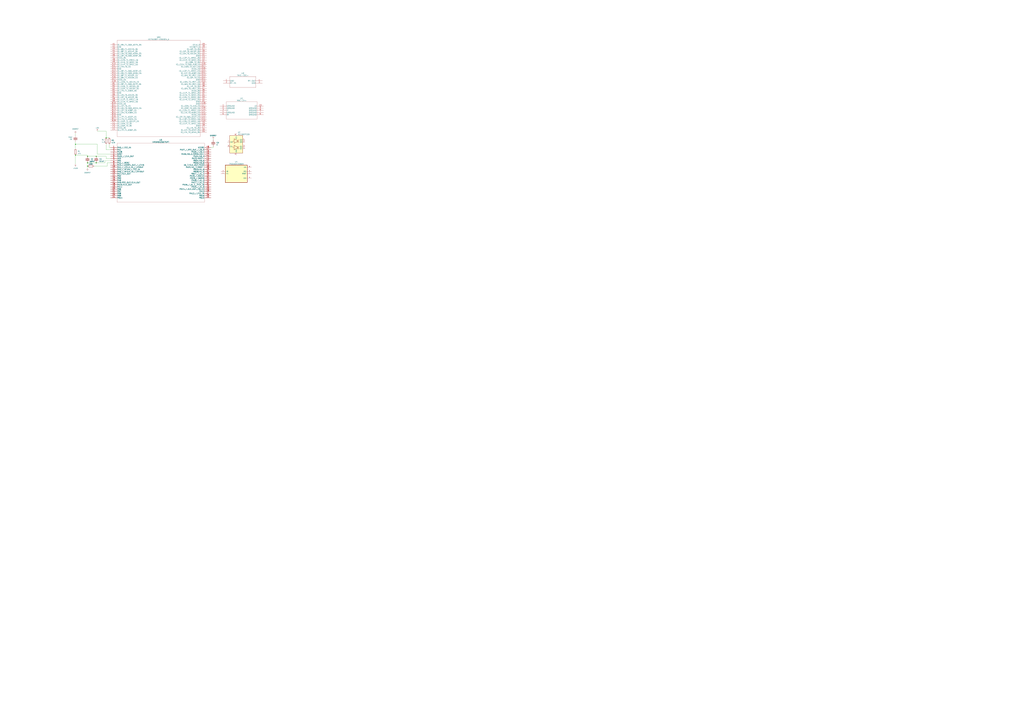
<source format=kicad_sch>
(kicad_sch (version 20230121) (generator eeschema)
  (paper "A0")
  (title_block (title "UHF PCB with Dual Microcontroller and FGPA") (date "2023-12-15") (rev "MK1"))
  (lib_symbols
    (symbol "2023-12-16_21-42-08:TAV1-331+" (pin_names (offset 0.254))
      (property "Reference" "U" (at 22.86 10.16 0))
      (property "Value" "TAV1-331+" (at 22.86 7.62 0))
      (symbol "TAV1-331+_1_1"
        (polyline (pts (xy 7.62 -7.62) (xy 38.1 -7.62)) (stroke (width 0.127)))
        (polyline (pts (xy 7.62 5.08) (xy 7.62 -7.62)) (stroke (width 0.127)))
        (polyline (pts (xy 38.1 -7.62) (xy 38.1 5.08)) (stroke (width 0.127)))
        (polyline (pts (xy 38.1 5.08) (xy 7.62 5.08)) (stroke (width 0.127)))
        (pin power_in line (at 0 0 0) (length 7.62) (name "GND") (number "1"))
        (pin input line (at 0 -2.54 0) (length 7.62) (name "RF-IN") (number "2"))
        (pin power_in line (at 45.72 -2.54 180) (length 7.62) (name "GND") (number "3"))
        (pin output line (at 45.72 0 180) (length 7.62) (name "RF-OUT") (number "4"))
      )
    )
    (symbol "2023-12-17_23-20-25:XMSM0G3507SPT" (pin_names (offset 0.254))
      (property "Reference" "U" (at 58.42 10.16 0))
      (property "Value" "XMSM0G3507SPT" (at 58.42 7.62 0))
      (symbol "XMSM0G3507SPT_1_1"
        (polyline (pts (xy 7.62 -63.5) (xy 109.22 -63.5)) (stroke (width 0.127)))
        (polyline (pts (xy 7.62 5.08) (xy 7.62 -63.5)) (stroke (width 0.127)))
        (polyline (pts (xy 109.22 -63.5) (xy 109.22 5.08)) (stroke (width 0.127)))
        (polyline (pts (xy 109.22 5.08) (xy 7.62 5.08)) (stroke (width 0.127)))
        (pin bidirectional line (at 0 0 0) (length 7.62) (name "PA0_/_FCC_IN") (number "1"))
        (pin output line (at 0 -22.86 0) (length 7.62) (name "PA4_/_LFCLK_IN_/_LFXOUT") (number "10"))
        (pin bidirectional line (at 0 -25.4 0) (length 7.62) (name "PA5_/_HFXIN_/_FCC_IN") (number "11"))
        (pin output line (at 0 -27.94 0) (length 7.62) (name "PA6_/_HFCLK_IN_/_HFXOUT") (number "12"))
        (pin output line (at 0 -30.48 0) (length 7.62) (name "PA7/CLK_OUT") (number "13"))
        (pin bidirectional line (at 0 -33.02 0) (length 7.62) (name "PB2") (number "14"))
        (pin bidirectional line (at 0 -35.56 0) (length 7.62) (name "PB3") (number "15"))
        (pin bidirectional line (at 0 -38.1 0) (length 7.62) (name "PA8") (number "16"))
        (pin output line (at 0 -40.64 0) (length 7.62) (name "PA9/RTC_OUT/CLK_OUT") (number "17"))
        (pin output line (at 0 -43.18 0) (length 7.62) (name "PA10/CLK_OUT") (number "18"))
        (pin bidirectional line (at 0 -45.72 0) (length 7.62) (name "PA11") (number "19"))
        (pin bidirectional line (at 0 -2.54 0) (length 7.62) (name "PA1") (number "2"))
        (pin bidirectional line (at 0 -48.26 0) (length 7.62) (name "PB6") (number "20"))
        (pin bidirectional line (at 0 -50.8 0) (length 7.62) (name "PB7") (number "21"))
        (pin bidirectional line (at 0 -53.34 0) (length 7.62) (name "PB8") (number "22"))
        (pin bidirectional line (at 0 -55.88 0) (length 7.62) (name "PB9") (number "23"))
        (pin bidirectional line (at 0 -58.42 0) (length 7.62) (name "PB14") (number "24"))
        (pin bidirectional line (at 116.84 -58.42 180) (length 7.62) (name "PB15") (number "25"))
        (pin bidirectional line (at 116.84 -55.88 180) (length 7.62) (name "PB16") (number "26"))
        (pin bidirectional line (at 116.84 -53.34 180) (length 7.62) (name "PA12_/_FCC_IN") (number "27"))
        (pin bidirectional line (at 116.84 -50.8 180) (length 7.62) (name "PA13") (number "28"))
        (pin output line (at 116.84 -48.26 180) (length 7.62) (name "PA14_/_CLK_OUT_/A0_12") (number "29"))
        (pin bidirectional line (at 0 -5.08 0) (length 7.62) (name "PA28") (number "3"))
        (pin bidirectional line (at 116.84 -45.72 180) (length 7.62) (name "PA15_/_A1_0") (number "30"))
        (pin bidirectional line (at 116.84 -43.18 180) (length 7.62) (name "PA16_/_A1_1_/FCC_IN") (number "31"))
        (pin bidirectional line (at 116.84 -40.64 180) (length 7.62) (name "PA17_/_A1_2") (number "32"))
        (pin bidirectional line (at 116.84 -38.1 180) (length 7.62) (name "PA18_/_A1_3") (number "33"))
        (pin bidirectional line (at 116.84 -35.56 180) (length 7.62) (name "PA19_/_SWDIO") (number "34"))
        (pin bidirectional line (at 116.84 -33.02 180) (length 7.62) (name "PA20_/_SWCLK") (number "35"))
        (pin bidirectional line (at 116.84 -30.48 180) (length 7.62) (name "PB17_/_A1_4") (number "36"))
        (pin bidirectional line (at 116.84 -27.94 180) (length 7.62) (name "PB18/A1_5") (number "37"))
        (pin bidirectional line (at 116.84 -25.4 180) (length 7.62) (name "PB19/A1_6") (number "38"))
        (pin power_in line (at 116.84 -22.86 180) (length 7.62) (name "PA21/A1_7/VREF-") (number "39"))
        (pin unspecified line (at 0 -7.62 0) (length 7.62) (name "NRST") (number "4"))
        (pin output line (at 116.84 -20.32 180) (length 7.62) (name "A0_7/CLK_OUT/PA22") (number "40"))
        (pin bidirectional line (at 116.84 -17.78 180) (length 7.62) (name "PB20/A0_6") (number "41"))
        (pin bidirectional line (at 116.84 -15.24 180) (length 7.62) (name "PB24/A0_5") (number "42"))
        (pin power_in line (at 116.84 -12.7 180) (length 7.62) (name "PA23/VREF+") (number "43"))
        (pin bidirectional line (at 116.84 -10.16 180) (length 7.62) (name "PA24/A0_3") (number "44"))
        (pin input line (at 116.84 -7.62 180) (length 7.62) (name "PA25/A0_2/OPA0_IN1+") (number "45"))
        (pin bidirectional line (at 116.84 -5.08 180) (length 7.62) (name "PA26_/_A0_1") (number "46"))
        (pin output line (at 116.84 -2.54 180) (length 7.62) (name "PA27_/_RTC_OUT_/_A0_0") (number "47"))
        (pin unspecified line (at 116.84 0 180) (length 7.62) (name "VCORE") (number "48"))
        (pin output line (at 0 -10.16 0) (length 7.62) (name "PA31_/_CLK_OUT") (number "5"))
        (pin power_in line (at 0 -12.7 0) (length 7.62) (name "VDD") (number "6"))
        (pin power_in line (at 0 -15.24 0) (length 7.62) (name "VSS") (number "7"))
        (pin bidirectional line (at 0 -17.78 0) (length 7.62) (name "PA2_/_ROSC") (number "8"))
        (pin output line (at 0 -20.32 0) (length 7.62) (name "PA3_/_COMP1_OUT_/_LFXIN") (number "9"))
      )
    )
    (symbol "2023-12-18_23-40-33:XC7A100T-CSG324_A" (pin_names (offset 0.254))
      (property "Reference" "U" (at 55.88 10.16 0))
      (property "Value" "XC7A100T-CSG324_A" (at 55.88 7.62 0))
      (symbol "XC7A100T-CSG324_A_1_1"
        (polyline (pts (xy 7.62 -106.68) (xy 104.14 -106.68)) (stroke (width 0.127)))
        (polyline (pts (xy 7.62 5.08) (xy 7.62 -106.68)) (stroke (width 0.127)))
        (polyline (pts (xy 104.14 -106.68) (xy 104.14 5.08)) (stroke (width 0.127)))
        (polyline (pts (xy 104.14 5.08) (xy 7.62 5.08)) (stroke (width 0.127)))
        (pin bidirectional line (at 0 0 0) (length 7.62) (name "IO_L9N_T1_DQS_AD7N_35") (number "A1"))
        (pin bidirectional line (at 0 -22.86 0) (length 7.62) (name "IO_L14P_T2_SRCC_16") (number "A10"))
        (pin bidirectional line (at 0 -25.4 0) (length 7.62) (name "IO_L4N_T0_15") (number "A11"))
        (pin power_in line (at 0 -27.94 0) (length 7.62) (name "GND") (number "A12"))
        (pin bidirectional line (at 0 -30.48 0) (length 7.62) (name "IO_L9P_T1_DQS_AD3P_15") (number "A13"))
        (pin bidirectional line (at 0 -33.02 0) (length 7.62) (name "IO_L9N_T1_DQS_AD3N_15") (number "A14"))
        (pin bidirectional line (at 0 -35.56 0) (length 7.62) (name "IO_L8P_T1_AD10P_15") (number "A15"))
        (pin bidirectional line (at 0 -38.1 0) (length 7.62) (name "IO_L8N_T1_AD10N_15") (number "A16"))
        (pin power_in line (at 0 -40.64 0) (length 7.62) (name "VCCO_15") (number "A17"))
        (pin bidirectional line (at 0 -43.18 0) (length 7.62) (name "IO_L10N_T1_AD11N_15") (number "A18"))
        (pin power_in line (at 0 -2.54 0) (length 7.62) (name "GND") (number "A2"))
        (pin bidirectional line (at 0 -5.08 0) (length 7.62) (name "IO_L8N_T1_AD14N_35") (number "A3"))
        (pin bidirectional line (at 0 -7.62 0) (length 7.62) (name "IO_L8P_T1_AD14P_35") (number "A4"))
        (pin bidirectional line (at 0 -10.16 0) (length 7.62) (name "IO_L3N_T0_DQS_AD5N_35") (number "A5"))
        (pin bidirectional line (at 0 -12.7 0) (length 7.62) (name "IO_L3P_T0_DQS_AD5P_35") (number "A6"))
        (pin power_in line (at 0 -15.24 0) (length 7.62) (name "VCCO_35") (number "A7"))
        (pin bidirectional line (at 0 -17.78 0) (length 7.62) (name "IO_L12N_T1_MRCC_16") (number "A8"))
        (pin bidirectional line (at 0 -20.32 0) (length 7.62) (name "IO_L14N_T2_SRCC_16") (number "A9"))
        (pin bidirectional line (at 0 -45.72 0) (length 7.62) (name "IO_L9P_T1_DQS_AD7P_35") (number "B1"))
        (pin power_in line (at 0 -68.58 0) (length 7.62) (name "VCCO_16") (number "B10"))
        (pin bidirectional line (at 0 -71.12 0) (length 7.62) (name "IO_L4P_T0_15") (number "B11"))
        (pin bidirectional line (at 0 -73.66 0) (length 7.62) (name "IO_L3N_T0_DQS_AD1N_15") (number "B12"))
        (pin bidirectional line (at 0 -76.2 0) (length 7.62) (name "IO_L2P_T0_AD8P_15") (number "B13"))
        (pin bidirectional line (at 0 -78.74 0) (length 7.62) (name "IO_L2N_T0_AD8N_15") (number "B14"))
        (pin power_in line (at 0 -81.28 0) (length 7.62) (name "GND") (number "B15"))
        (pin bidirectional line (at 0 -83.82 0) (length 7.62) (name "IO_L7P_T1_AD2P_15") (number "B16"))
        (pin bidirectional line (at 0 -86.36 0) (length 7.62) (name "IO_L7N_T1_AD2N_15") (number "B17"))
        (pin bidirectional line (at 0 -88.9 0) (length 7.62) (name "IO_L10P_T1_AD11P_15") (number "B18"))
        (pin bidirectional line (at 0 -48.26 0) (length 7.62) (name "IO_L10N_T1_AD15N_35") (number "B2"))
        (pin bidirectional line (at 0 -50.8 0) (length 7.62) (name "IO_L10P_T1_AD15P_35") (number "B3"))
        (pin bidirectional line (at 0 -53.34 0) (length 7.62) (name "IO_L7N_T1_AD6N_35") (number "B4"))
        (pin power_in line (at 0 -55.88 0) (length 7.62) (name "GND") (number "B5"))
        (pin bidirectional line (at 0 -58.42 0) (length 7.62) (name "IO_L2N_T0_AD12N_35") (number "B6"))
        (pin bidirectional line (at 0 -60.96 0) (length 7.62) (name "IO_L2P_T0_AD12P_35") (number "B7"))
        (pin bidirectional line (at 0 -63.5 0) (length 7.62) (name "IO_L12P_T1_MRCC_16") (number "B8"))
        (pin bidirectional line (at 0 -66.04 0) (length 7.62) (name "IO_L11N_T1_SRCC_16") (number "B9"))
        (pin bidirectional line (at 0 -91.44 0) (length 7.62) (name "IO_L16N_T2_35") (number "C1"))
        (pin bidirectional line (at 111.76 -88.9 180) (length 7.62) (name "IO_L13N_T2_MRCC_16") (number "C10"))
        (pin bidirectional line (at 111.76 -86.36 180) (length 7.62) (name "IO_L13P_T2_MRCC_16") (number "C11"))
        (pin bidirectional line (at 111.76 -83.82 180) (length 7.62) (name "IO_L3P_T0_DQS_AD1P_15") (number "C12"))
        (pin power_in line (at 111.76 -81.28 180) (length 7.62) (name "VCCO_15") (number "C13"))
        (pin bidirectional line (at 111.76 -78.74 180) (length 7.62) (name "IO_L1N_T0_AD0N_15") (number "C14"))
        (pin bidirectional line (at 111.76 -76.2 180) (length 7.62) (name "IO_L12N_T1_MRCC_15") (number "C15"))
        (pin bidirectional line (at 111.76 -73.66 180) (length 7.62) (name "IO_L20P_T3_A20_15") (number "C16"))
        (pin bidirectional line (at 111.76 -71.12 180) (length 7.62) (name "IO_L20N_T3_A19_15") (number "C17"))
        (pin power_in line (at 111.76 -68.58 180) (length 7.62) (name "GND") (number "C18"))
        (pin bidirectional line (at 0 -93.98 0) (length 7.62) (name "IO_L16P_T2_35") (number "C2"))
        (pin power_in line (at 0 -96.52 0) (length 7.62) (name "VCCO_35") (number "C3"))
        (pin bidirectional line (at 0 -99.06 0) (length 7.62) (name "IO_L7P_T1_AD6P_35") (number "C4"))
        (pin bidirectional line (at 111.76 -101.6 180) (length 7.62) (name "IO_L1N_T0_AD4N_35") (number "C5"))
        (pin bidirectional line (at 111.76 -99.06 180) (length 7.62) (name "IO_L1P_T0_AD4P_35") (number "C6"))
        (pin bidirectional line (at 111.76 -96.52 180) (length 7.62) (name "IO_L4N_T0_35") (number "C7"))
        (pin power_in line (at 111.76 -93.98 180) (length 7.62) (name "GND") (number "C8"))
        (pin bidirectional line (at 111.76 -91.44 180) (length 7.62) (name "IO_L11P_T1_SRCC_16") (number "C9"))
        (pin power_in line (at 111.76 -66.04 180) (length 7.62) (name "GND") (number "D1"))
        (pin bidirectional line (at 111.76 -43.18 180) (length 7.62) (name "IO_L19N_T3_VREF_16") (number "D10"))
        (pin power_in line (at 111.76 -40.64 180) (length 7.62) (name "GND") (number "D11"))
        (pin bidirectional line (at 111.76 -38.1 180) (length 7.62) (name "IO_L6P_T0_15") (number "D12"))
        (pin bidirectional line (at 111.76 -35.56 180) (length 7.62) (name "IO_L6N_T0_VREF_15") (number "D13"))
        (pin bidirectional line (at 111.76 -33.02 180) (length 7.62) (name "IO_L1P_T0_AD0P_15") (number "D14"))
        (pin bidirectional line (at 111.76 -30.48 180) (length 7.62) (name "IO_L12P_T1_MRCC_15") (number "D15"))
        (pin power_in line (at 111.76 -27.94 180) (length 7.62) (name "VCCO_15") (number "D16"))
        (pin bidirectional line (at 111.76 -25.4 180) (length 7.62) (name "IO_L16N_T2_A27_15") (number "D17"))
        (pin bidirectional line (at 111.76 -22.86 180) (length 7.62) (name "IO_L21N_T3_DQS_A18_15") (number "D18"))
        (pin bidirectional line (at 111.76 -63.5 180) (length 7.62) (name "IO_L14N_T2_SRCC_35") (number "D2"))
        (pin bidirectional line (at 111.76 -60.96 180) (length 7.62) (name "IO_L12N_T1_MRCC_35") (number "D3"))
        (pin bidirectional line (at 111.76 -58.42 180) (length 7.62) (name "IO_L11N_T1_SRCC_35") (number "D4"))
        (pin bidirectional line (at 111.76 -55.88 180) (length 7.62) (name "IO_L11P_T1_SRCC_35") (number "D5"))
        (pin power_in line (at 111.76 -53.34 180) (length 7.62) (name "VCCO_35") (number "D6"))
        (pin bidirectional line (at 111.76 -50.8 180) (length 7.62) (name "IO_L6N_T0_VREF_35") (number "D7"))
        (pin bidirectional line (at 111.76 -48.26 180) (length 7.62) (name "IO_L4P_T0_35") (number "D8"))
        (pin bidirectional line (at 111.76 -45.72 180) (length 7.62) (name "IO_L6N_T0_VREF_16") (number "D9"))
        (pin bidirectional line (at 111.76 -20.32 180) (length 7.62) (name "IO_L18N_T2_35") (number "E1"))
        (pin bidirectional line (at 111.76 -17.78 180) (length 7.62) (name "IO_L14P_T2_SRCC_35") (number "E2"))
        (pin bidirectional line (at 111.76 -15.24 180) (length 7.62) (name "IO_L12P_T1_MRCC_35") (number "E3"))
        (pin power_in line (at 111.76 -12.7 180) (length 7.62) (name "GND") (number "E4"))
        (pin bidirectional line (at 111.76 -10.16 180) (length 7.62) (name "IO_L5N_T0_AD13N_35") (number "E5"))
        (pin bidirectional line (at 111.76 -7.62 180) (length 7.62) (name "IO_L5P_T0_AD13P_35") (number "E6"))
        (pin bidirectional line (at 111.76 -5.08 180) (length 7.62) (name "IO_L6P_T0_35") (number "E7"))
        (pin power_in line (at 111.76 -2.54 180) (length 7.62) (name "VCCBATT_0") (number "E8"))
        (pin bidirectional line (at 111.76 0 180) (length 7.62) (name "CCLK_0") (number "E9"))
      )
      (symbol "XC7A100T-CSG324_A_2_1"
        (polyline (pts (xy 7.62 -106.68) (xy 104.14 -106.68)) (stroke (width 0.127)))
        (polyline (pts (xy 7.62 5.08) (xy 7.62 -106.68)) (stroke (width 0.127)))
        (polyline (pts (xy 104.14 -106.68) (xy 104.14 5.08)) (stroke (width 0.127)))
        (polyline (pts (xy 104.14 5.08) (xy 7.62 5.08)) (stroke (width 0.127)))
        (pin input line (at 0 0 0) (length 7.62) (name "TCK_0") (number "E10"))
        (pin input line (at 0 -2.54 0) (length 7.62) (name "TDI_0") (number "E11"))
        (pin input line (at 0 -5.08 0) (length 7.62) (name "TMS_0") (number "E12"))
        (pin output line (at 0 -7.62 0) (length 7.62) (name "TDO_0") (number "E13"))
        (pin power_in line (at 0 -10.16 0) (length 7.62) (name "GND") (number "E14"))
        (pin bidirectional line (at 0 -12.7 0) (length 7.62) (name "IO_L11P_T1_SRCC_15") (number "E15"))
        (pin bidirectional line (at 0 -15.24 0) (length 7.62) (name "IO_L11N_T1_SRCC_15") (number "E16"))
        (pin bidirectional line (at 0 -17.78 0) (length 7.62) (name "IO_L16P_T2_A28_15") (number "E17"))
        (pin bidirectional line (at 0 -20.32 0) (length 7.62) (name "IO_L21P_T3_DQS_15") (number "E18"))
        (pin bidirectional line (at 0 -22.86 0) (length 7.62) (name "IO_L18P_T2_35") (number "F1"))
        (pin power_in line (at 0 -45.72 0) (length 7.62) (name "VCCBRAM") (number "F10"))
        (pin power_in line (at 0 -48.26 0) (length 7.62) (name "GND") (number "F11"))
        (pin power_in line (at 0 -50.8 0) (length 7.62) (name "VCCAUX") (number "F12"))
        (pin bidirectional line (at 0 -53.34 0) (length 7.62) (name "IO_L5P_T0_AD9P_15") (number "F13"))
        (pin bidirectional line (at 0 -55.88 0) (length 7.62) (name "IO_L5N_T0_AD9N_15") (number "F14"))
        (pin bidirectional line (at 0 -58.42 0) (length 7.62) (name "IO_L14P_T2_SRCC_15") (number "F15"))
        (pin bidirectional line (at 0 -60.96 0) (length 7.62) (name "IO_L14N_T2_SRCC_15") (number "F16"))
        (pin power_in line (at 0 -63.5 0) (length 7.62) (name "GND") (number "F17"))
        (pin bidirectional line (at 0 -66.04 0) (length 7.62) (name "IO_L22N_T3_A16_15") (number "F18"))
        (pin power_in line (at 0 -25.4 0) (length 7.62) (name "VCCO_35") (number "F2"))
        (pin bidirectional line (at 0 -27.94 0) (length 7.62) (name "IO_L13N_T2_MRCC_35") (number "F3"))
        (pin bidirectional line (at 0 -30.48 0) (length 7.62) (name "IO_L13P_T2_MRCC_35") (number "F4"))
        (pin bidirectional line (at 0 -33.02 0) (length 7.62) (name "IO_0_35") (number "F5"))
        (pin bidirectional line (at 0 -35.56 0) (length 7.62) (name "IO_L19N_T3_VREF_35") (number "F6"))
        (pin power_in line (at 0 -38.1 0) (length 7.62) (name "GND") (number "F7"))
        (pin power_in line (at 0 -40.64 0) (length 7.62) (name "VCCINT") (number "F8"))
        (pin power_in line (at 0 -43.18 0) (length 7.62) (name "GND") (number "F9"))
        (pin bidirectional line (at 0 -68.58 0) (length 7.62) (name "IO_L17N_T2_35") (number "G1"))
        (pin power_in line (at 0 -91.44 0) (length 7.62) (name "GND") (number "G10"))
        (pin power_in line (at 0 -93.98 0) (length 7.62) (name "VCCBRAM") (number "G11"))
        (pin power_in line (at 0 -96.52 0) (length 7.62) (name "GND") (number "G12"))
        (pin bidirectional line (at 0 -99.06 0) (length 7.62) (name "IO_0_15") (number "G13"))
        (pin bidirectional line (at 111.76 -101.6 180) (length 7.62) (name "IO_L15N_T2_DQS_ADV_B_15") (number "G14"))
        (pin power_in line (at 111.76 -99.06 180) (length 7.62) (name "VCCO_15") (number "G15"))
        (pin bidirectional line (at 111.76 -96.52 180) (length 7.62) (name "IO_L13N_T2_MRCC_15") (number "G16"))
        (pin bidirectional line (at 111.76 -93.98 180) (length 7.62) (name "IO_L18N_T2_A23_15") (number "G17"))
        (pin bidirectional line (at 111.76 -91.44 180) (length 7.62) (name "IO_L22P_T3_A17_15") (number "G18"))
        (pin bidirectional line (at 0 -71.12 0) (length 7.62) (name "IO_L15N_T2_DQS_35") (number "G2"))
        (pin bidirectional line (at 0 -73.66 0) (length 7.62) (name "IO_L20N_T3_35") (number "G3"))
        (pin bidirectional line (at 0 -76.2 0) (length 7.62) (name "IO_L20P_T3_35") (number "G4"))
        (pin power_in line (at 0 -78.74 0) (length 7.62) (name "VCCO_35") (number "G5"))
        (pin bidirectional line (at 0 -81.28 0) (length 7.62) (name "IO_L19P_T3_35") (number "G6"))
        (pin power_in line (at 0 -83.82 0) (length 7.62) (name "VCCINT") (number "G7"))
        (pin power_in line (at 0 -86.36 0) (length 7.62) (name "GND") (number "G8"))
        (pin power_in line (at 0 -88.9 0) (length 7.62) (name "VCCINT") (number "G9"))
        (pin bidirectional line (at 111.76 -88.9 180) (length 7.62) (name "IO_L17P_T2_35") (number "H1"))
        (pin power_in line (at 111.76 -66.04 180) (length 7.62) (name "VCCADC_0") (number "H10"))
        (pin power_in line (at 111.76 -63.5 180) (length 7.62) (name "GND") (number "H11"))
        (pin power_in line (at 111.76 -60.96 180) (length 7.62) (name "VCCAUX") (number "H12"))
        (pin power_in line (at 111.76 -58.42 180) (length 7.62) (name "GND") (number "H13"))
        (pin bidirectional line (at 111.76 -55.88 180) (length 7.62) (name "IO_L15P_T2_DQS_15") (number "H14"))
        (pin bidirectional line (at 111.76 -53.34 180) (length 7.62) (name "IO_L19N_T3_A21_VREF_15") (number "H15"))
        (pin bidirectional line (at 111.76 -50.8 180) (length 7.62) (name "IO_L13P_T2_MRCC_15") (number "H16"))
        (pin bidirectional line (at 111.76 -48.26 180) (length 7.62) (name "IO_L18P_T2_A24_15") (number "H17"))
        (pin power_in line (at 111.76 -45.72 180) (length 7.62) (name "VCCO_15") (number "H18"))
        (pin bidirectional line (at 111.76 -86.36 180) (length 7.62) (name "IO_L15P_T2_DQS_35") (number "H2"))
        (pin power_in line (at 111.76 -83.82 180) (length 7.62) (name "GND") (number "H3"))
        (pin bidirectional line (at 111.76 -81.28 180) (length 7.62) (name "IO_L21N_T3_DQS_35") (number "H4"))
        (pin bidirectional line (at 111.76 -78.74 180) (length 7.62) (name "IO_L24N_T3_35") (number "H5"))
        (pin bidirectional line (at 111.76 -76.2 180) (length 7.62) (name "IO_L24P_T3_35") (number "H6"))
        (pin power_in line (at 111.76 -73.66 180) (length 7.62) (name "GND") (number "H7"))
        (pin power_in line (at 111.76 -71.12 180) (length 7.62) (name "VCCINT") (number "H8"))
        (pin power_in line (at 111.76 -68.58 180) (length 7.62) (name "GNDADC_0") (number "H9"))
        (pin power_in line (at 111.76 -43.18 180) (length 7.62) (name "VCCO_35") (number "J1"))
        (pin input line (at 111.76 -20.32 180) (length 7.62) (name "VP_0") (number "J10"))
        (pin power_in line (at 111.76 -17.78 180) (length 7.62) (name "VCCINT") (number "J11"))
        (pin power_in line (at 111.76 -15.24 180) (length 7.62) (name "GND") (number "J12"))
        (pin bidirectional line (at 111.76 -12.7 180) (length 7.62) (name "IO_L17N_T2_A25_15") (number "J13"))
        (pin bidirectional line (at 111.76 -10.16 180) (length 7.62) (name "IO_L19P_T3_A22_15") (number "J14"))
        (pin bidirectional line (at 111.76 -7.62 180) (length 7.62) (name "IO_L24N_T3_RS0_15") (number "J15"))
        (pin power_in line (at 111.76 -5.08 180) (length 7.62) (name "GND") (number "J16"))
        (pin bidirectional line (at 111.76 -2.54 180) (length 7.62) (name "IO_L23P_T3_FOE_B_15") (number "J17"))
        (pin bidirectional line (at 111.76 0 180) (length 7.62) (name "IO_L23N_T3_FWE_B_15") (number "J18"))
        (pin bidirectional line (at 111.76 -40.64 180) (length 7.62) (name "IO_L22N_T3_35") (number "J2"))
        (pin bidirectional line (at 111.76 -38.1 180) (length 7.62) (name "IO_L22P_T3_35") (number "J3"))
        (pin bidirectional line (at 111.76 -35.56 180) (length 7.62) (name "IO_L21P_T3_DQS_35") (number "J4"))
        (pin bidirectional line (at 111.76 -33.02 180) (length 7.62) (name "IO_25_35") (number "J5"))
        (pin power_in line (at 111.76 -30.48 180) (length 7.62) (name "GND") (number "J6"))
        (pin power_in line (at 111.76 -27.94 180) (length 7.62) (name "VCCINT") (number "J7"))
        (pin power_in line (at 111.76 -25.4 180) (length 7.62) (name "GND") (number "J8"))
        (pin power_in line (at 111.76 -22.86 180) (length 7.62) (name "VREFN_0") (number "J9"))
      )
      (symbol "XC7A100T-CSG324_A_3_1"
        (polyline (pts (xy 7.62 -106.68) (xy 109.22 -106.68)) (stroke (width 0.127)))
        (polyline (pts (xy 7.62 5.08) (xy 7.62 -106.68)) (stroke (width 0.127)))
        (polyline (pts (xy 109.22 -106.68) (xy 109.22 5.08)) (stroke (width 0.127)))
        (polyline (pts (xy 109.22 5.08) (xy 7.62 5.08)) (stroke (width 0.127)))
        (pin bidirectional line (at 0 0 0) (length 7.62) (name "IO_L23N_T3_35") (number "K1"))
        (pin power_in line (at 0 -22.86 0) (length 7.62) (name "VREFP_0") (number "K10"))
        (pin power_in line (at 0 -25.4 0) (length 7.62) (name "GND") (number "K11"))
        (pin power_in line (at 0 -27.94 0) (length 7.62) (name "VCCAUX") (number "K12"))
        (pin bidirectional line (at 0 -30.48 0) (length 7.62) (name "IO_L17P_T2_A26_15") (number "K13"))
        (pin power_in line (at 0 -33.02 0) (length 7.62) (name "VCCO_15") (number "K14"))
        (pin bidirectional line (at 0 -35.56 0) (length 7.62) (name "IO_L24P_T3_RS1_15") (number "K15"))
        (pin bidirectional line (at 0 -38.1 0) (length 7.62) (name "IO_25_15") (number "K16"))
        (pin bidirectional line (at 0 -40.64 0) (length 7.62) (name "IO_L1P_T0_D00_MOSI_14") (number "K17"))
        (pin bidirectional line (at 0 -43.18 0) (length 7.62) (name "IO_L1N_T0_D01_DIN_14") (number "K18"))
        (pin bidirectional line (at 0 -2.54 0) (length 7.62) (name "IO_L23P_T3_35") (number "K2"))
        (pin bidirectional line (at 0 -5.08 0) (length 7.62) (name "IO_L2P_T0_34") (number "K3"))
        (pin power_in line (at 0 -7.62 0) (length 7.62) (name "VCCO_34") (number "K4"))
        (pin bidirectional line (at 0 -10.16 0) (length 7.62) (name "IO_L5P_T0_34") (number "K5"))
        (pin bidirectional line (at 0 -12.7 0) (length 7.62) (name "IO_0_34") (number "K6"))
        (pin power_in line (at 0 -15.24 0) (length 7.62) (name "GND") (number "K7"))
        (pin power_in line (at 0 -17.78 0) (length 7.62) (name "VCCINT") (number "K8"))
        (pin input line (at 0 -20.32 0) (length 7.62) (name "VN_0") (number "K9"))
        (pin bidirectional line (at 0 -45.72 0) (length 7.62) (name "IO_L1P_T0_34") (number "L1"))
        (pin unspecified line (at 0 -68.58 0) (length 7.62) (name "DXP_0") (number "L10"))
        (pin power_in line (at 0 -71.12 0) (length 7.62) (name "VCCINT") (number "L11"))
        (pin power_in line (at 0 -73.66 0) (length 7.62) (name "GND") (number "L12"))
        (pin bidirectional line (at 0 -76.2 0) (length 7.62) (name "IO_L6P_T0_FCS_B_14") (number "L13"))
        (pin bidirectional line (at 0 -78.74 0) (length 7.62) (name "IO_L2P_T0_D02_14") (number "L14"))
        (pin bidirectional line (at 0 -81.28 0) (length 7.62) (name "IO_L3P_T0_DQS_PUDC_B_14") (number "L15"))
        (pin bidirectional line (at 0 -83.82 0) (length 7.62) (name "IO_L3N_T0_DQS_EMCCLK_14") (number "L16"))
        (pin power_in line (at 0 -86.36 0) (length 7.62) (name "VCCO_14") (number "L17"))
        (pin bidirectional line (at 0 -88.9 0) (length 7.62) (name "IO_L4P_T0_D04_14") (number "L18"))
        (pin power_in line (at 0 -48.26 0) (length 7.62) (name "GND") (number "L2"))
        (pin bidirectional line (at 0 -50.8 0) (length 7.62) (name "IO_L2N_T0_34") (number "L3"))
        (pin bidirectional line (at 0 -53.34 0) (length 7.62) (name "IO_L5N_T0_34") (number "L4"))
        (pin bidirectional line (at 0 -55.88 0) (length 7.62) (name "IO_L6N_T0_VREF_34") (number "L5"))
        (pin bidirectional line (at 0 -58.42 0) (length 7.62) (name "IO_L6P_T0_34") (number "L6"))
        (pin power_in line (at 0 -60.96 0) (length 7.62) (name "VCCINT") (number "L7"))
        (pin power_in line (at 0 -63.5 0) (length 7.62) (name "GND") (number "L8"))
        (pin unspecified line (at 0 -66.04 0) (length 7.62) (name "DXN_0") (number "L9"))
        (pin bidirectional line (at 0 -91.44 0) (length 7.62) (name "IO_L1N_T0_34") (number "M1"))
        (pin power_in line (at 116.84 -88.9 180) (length 7.62) (name "VCCINT") (number "M10"))
        (pin power_in line (at 116.84 -86.36 180) (length 7.62) (name "GND") (number "M11"))
        (pin power_in line (at 116.84 -83.82 180) (length 7.62) (name "VCCAUX") (number "M12"))
        (pin bidirectional line (at 116.84 -81.28 180) (length 7.62) (name "IO_L6N_T0_D08_VREF_14") (number "M13"))
        (pin bidirectional line (at 116.84 -78.74 180) (length 7.62) (name "IO_L2N_T0_D03_14") (number "M14"))
        (pin power_in line (at 116.84 -76.2 180) (length 7.62) (name "GND") (number "M15"))
        (pin bidirectional line (at 116.84 -73.66 180) (length 7.62) (name "IO_L10P_T1_D14_14") (number "M16"))
        (pin bidirectional line (at 116.84 -71.12 180) (length 7.62) (name "IO_L10N_T1_D15_14") (number "M17"))
        (pin bidirectional line (at 116.84 -68.58 180) (length 7.62) (name "IO_L4N_T0_D05_14") (number "M18"))
        (pin bidirectional line (at 0 -93.98 0) (length 7.62) (name "IO_L4N_T0_34") (number "M2"))
        (pin bidirectional line (at 0 -96.52 0) (length 7.62) (name "IO_L4P_T0_34") (number "M3"))
        (pin bidirectional line (at 0 -99.06 0) (length 7.62) (name "IO_L16P_T2_34") (number "M4"))
        (pin power_in line (at 116.84 -101.6 180) (length 7.62) (name "GND") (number "M5"))
        (pin bidirectional line (at 116.84 -99.06 180) (length 7.62) (name "IO_L18P_T2_34") (number "M6"))
        (pin power_in line (at 116.84 -96.52 180) (length 7.62) (name "GND") (number "M7"))
        (pin power_in line (at 116.84 -93.98 180) (length 7.62) (name "VCCINT") (number "M8"))
        (pin power_in line (at 116.84 -91.44 180) (length 7.62) (name "GND") (number "M9"))
        (pin bidirectional line (at 116.84 -66.04 180) (length 7.62) (name "IO_L3N_T0_DQS_34") (number "N1"))
        (pin power_in line (at 116.84 -43.18 180) (length 7.62) (name "GND") (number "N10"))
        (pin power_in line (at 116.84 -40.64 180) (length 7.62) (name "VCCINT") (number "N11"))
        (pin power_in line (at 116.84 -38.1 180) (length 7.62) (name "GND") (number "N12"))
        (pin power_in line (at 116.84 -35.56 180) (length 7.62) (name "VCCO_14") (number "N13"))
        (pin bidirectional line (at 116.84 -33.02 180) (length 7.62) (name "IO_L8P_T1_D11_14") (number "N14"))
        (pin bidirectional line (at 116.84 -30.48 180) (length 7.62) (name "IO_L11P_T1_SRCC_14") (number "N15"))
        (pin bidirectional line (at 116.84 -27.94 180) (length 7.62) (name "IO_L11N_T1_SRCC_14") (number "N16"))
        (pin bidirectional line (at 116.84 -25.4 180) (length 7.62) (name "IO_L9P_T1_DQS_14") (number "N17"))
        (pin power_in line (at 116.84 -22.86 180) (length 7.62) (name "GND") (number "N18"))
        (pin bidirectional line (at 116.84 -63.5 180) (length 7.62) (name "IO_L3P_T0_DQS_34") (number "N2"))
        (pin power_in line (at 116.84 -60.96 180) (length 7.62) (name "VCCO_34") (number "N3"))
        (pin bidirectional line (at 116.84 -58.42 180) (length 7.62) (name "IO_L16N_T2_34") (number "N4"))
        (pin bidirectional line (at 116.84 -55.88 180) (length 7.62) (name "IO_L13P_T2_MRCC_34") (number "N5"))
        (pin bidirectional line (at 116.84 -53.34 180) (length 7.62) (name "IO_L18N_T2_34") (number "N6"))
        (pin power_in line (at 116.84 -50.8 180) (length 7.62) (name "VCCINT") (number "N7"))
        (pin power_in line (at 116.84 -48.26 180) (length 7.62) (name "GND") (number "N8"))
        (pin power_in line (at 116.84 -45.72 180) (length 7.62) (name "VCCINT") (number "N9"))
        (pin power_in line (at 116.84 -20.32 180) (length 7.62) (name "GND") (number "P1"))
        (pin bidirectional line (at 116.84 -17.78 180) (length 7.62) (name "IO_L15P_T2_DQS_34") (number "P2"))
        (pin bidirectional line (at 116.84 -15.24 180) (length 7.62) (name "IO_L14N_T2_SRCC_34") (number "P3"))
        (pin bidirectional line (at 116.84 -12.7 180) (length 7.62) (name "IO_L14P_T2_SRCC_34") (number "P4"))
        (pin bidirectional line (at 116.84 -10.16 180) (length 7.62) (name "IO_L13N_T2_MRCC_34") (number "P5"))
        (pin power_in line (at 116.84 -7.62 180) (length 7.62) (name "VCCO_34") (number "P6"))
        (pin bidirectional line (at 116.84 -5.08 180) (length 7.62) (name "INIT_B_0") (number "P7"))
        (pin input line (at 116.84 -2.54 180) (length 7.62) (name "CFGBVS_0") (number "P8"))
        (pin input line (at 116.84 0 180) (length 7.62) (name "PROGRAM_B_0") (number "P9"))
      )
      (symbol "XC7A100T-CSG324_A_4_1"
        (polyline (pts (xy 7.62 -106.68) (xy 129.54 -106.68)) (stroke (width 0.127)))
        (polyline (pts (xy 7.62 5.08) (xy 7.62 -106.68)) (stroke (width 0.127)))
        (polyline (pts (xy 129.54 -106.68) (xy 129.54 5.08)) (stroke (width 0.127)))
        (polyline (pts (xy 129.54 5.08) (xy 7.62 5.08)) (stroke (width 0.127)))
        (pin bidirectional line (at 0 0 0) (length 7.62) (name "DONE_0") (number "P10"))
        (pin input line (at 0 -2.54 0) (length 7.62) (name "M2_0") (number "P11"))
        (pin input line (at 0 -5.08 0) (length 7.62) (name "M0_0") (number "P12"))
        (pin input line (at 0 -7.62 0) (length 7.62) (name "M1_0") (number "P13"))
        (pin bidirectional line (at 0 -10.16 0) (length 7.62) (name "IO_L8N_T1_D12_14") (number "P14"))
        (pin bidirectional line (at 0 -12.7 0) (length 7.62) (name "IO_L13P_T2_MRCC_14") (number "P15"))
        (pin power_in line (at 0 -15.24 0) (length 7.62) (name "VCCO_14") (number "P16"))
        (pin bidirectional line (at 0 -17.78 0) (length 7.62) (name "IO_L12P_T1_MRCC_14") (number "P17"))
        (pin bidirectional line (at 0 -20.32 0) (length 7.62) (name "IO_L9N_T1_DQS_D13_14") (number "P18"))
        (pin bidirectional line (at 0 -22.86 0) (length 7.62) (name "IO_L17P_T2_34") (number "R1"))
        (pin bidirectional line (at 0 -45.72 0) (length 7.62) (name "IO_25_14") (number "R10"))
        (pin bidirectional line (at 0 -48.26 0) (length 7.62) (name "IO_0_14") (number "R11"))
        (pin bidirectional line (at 0 -50.8 0) (length 7.62) (name "IO_L5P_T0_D06_14") (number "R12"))
        (pin bidirectional line (at 0 -53.34 0) (length 7.62) (name "IO_L5N_T0_D07_14") (number "R13"))
        (pin power_in line (at 0 -55.88 0) (length 7.62) (name "GND") (number "R14"))
        (pin bidirectional line (at 0 -58.42 0) (length 7.62) (name "IO_L13N_T2_MRCC_14") (number "R15"))
        (pin bidirectional line (at 0 -60.96 0) (length 7.62) (name "IO_L15P_T2_DQS_RDWR_B_14") (number "R16"))
        (pin bidirectional line (at 0 -63.5 0) (length 7.62) (name "IO_L12N_T1_MRCC_14") (number "R17"))
        (pin bidirectional line (at 0 -66.04 0) (length 7.62) (name "IO_L7P_T1_D09_14") (number "R18"))
        (pin bidirectional line (at 0 -25.4 0) (length 7.62) (name "IO_L15N_T2_DQS_34") (number "R2"))
        (pin bidirectional line (at 0 -27.94 0) (length 7.62) (name "IO_L11P_T1_SRCC_34") (number "R3"))
        (pin power_in line (at 0 -30.48 0) (length 7.62) (name "GND") (number "R4"))
        (pin bidirectional line (at 0 -33.02 0) (length 7.62) (name "IO_L19N_T3_VREF_34") (number "R5"))
        (pin bidirectional line (at 0 -35.56 0) (length 7.62) (name "IO_L19P_T3_34") (number "R6"))
        (pin bidirectional line (at 0 -38.1 0) (length 7.62) (name "IO_L23P_T3_34") (number "R7"))
        (pin bidirectional line (at 0 -40.64 0) (length 7.62) (name "IO_L24P_T3_34") (number "R8"))
        (pin power_in line (at 0 -43.18 0) (length 7.62) (name "VCCO_0") (number "R9"))
        (pin bidirectional line (at 0 -68.58 0) (length 7.62) (name "IO_L17N_T2_34") (number "T1"))
        (pin bidirectional line (at 0 -91.44 0) (length 7.62) (name "IO_L24N_T3_A00_D16_14") (number "T10"))
        (pin bidirectional line (at 0 -93.98 0) (length 7.62) (name "IO_L19P_T3_A10_D26_14") (number "T11"))
        (pin power_in line (at 0 -96.52 0) (length 7.62) (name "VCCO_14") (number "T12"))
        (pin bidirectional line (at 0 -99.06 0) (length 7.62) (name "IO_L23P_T3_A03_D19_14") (number "T13"))
        (pin bidirectional line (at 137.16 -101.6 180) (length 7.62) (name "IO_L14P_T2_SRCC_14") (number "T14"))
        (pin bidirectional line (at 137.16 -99.06 180) (length 7.62) (name "IO_L14N_T2_SRCC_14") (number "T15"))
        (pin bidirectional line (at 137.16 -96.52 180) (length 7.62) (name "IO_L15N_T2_DQS_DOUT_CSO_B_14") (number "T16"))
        (pin power_in line (at 137.16 -93.98 180) (length 7.62) (name "GND") (number "T17"))
        (pin bidirectional line (at 137.16 -91.44 180) (length 7.62) (name "IO_L7N_T1_D10_14") (number "T18"))
        (pin power_in line (at 0 -71.12 0) (length 7.62) (name "VCCO_34") (number "T2"))
        (pin bidirectional line (at 0 -73.66 0) (length 7.62) (name "IO_L11N_T1_SRCC_34") (number "T3"))
        (pin bidirectional line (at 0 -76.2 0) (length 7.62) (name "IO_L12N_T1_MRCC_34") (number "T4"))
        (pin bidirectional line (at 0 -78.74 0) (length 7.62) (name "IO_L12P_T1_MRCC_34") (number "T5"))
        (pin bidirectional line (at 0 -81.28 0) (length 7.62) (name "IO_L23N_T3_34") (number "T6"))
        (pin power_in line (at 0 -83.82 0) (length 7.62) (name "GND") (number "T7"))
        (pin bidirectional line (at 0 -86.36 0) (length 7.62) (name "IO_L24N_T3_34") (number "T8"))
        (pin bidirectional line (at 0 -88.9 0) (length 7.62) (name "IO_L24P_T3_A01_D17_14") (number "T9"))
        (pin bidirectional line (at 137.16 -88.9 180) (length 7.62) (name "IO_L7P_T1_34") (number "U1"))
        (pin power_in line (at 137.16 -66.04 180) (length 7.62) (name "GND") (number "U10"))
        (pin bidirectional line (at 137.16 -63.5 180) (length 7.62) (name "IO_L19N_T3_A09_D25_VREF_14") (number "U11"))
        (pin bidirectional line (at 137.16 -60.96 180) (length 7.62) (name "IO_L20P_T3_A08_D24_14") (number "U12"))
        (pin bidirectional line (at 137.16 -58.42 180) (length 7.62) (name "IO_L23N_T3_A02_D18_14") (number "U13"))
        (pin bidirectional line (at 137.16 -55.88 180) (length 7.62) (name "IO_L22P_T3_A05_D21_14") (number "U14"))
        (pin power_in line (at 137.16 -53.34 180) (length 7.62) (name "VCCO_14") (number "U15"))
        (pin bidirectional line (at 137.16 -50.8 180) (length 7.62) (name "IO_L18P_T2_A12_D28_14") (number "U16"))
        (pin bidirectional line (at 137.16 -48.26 180) (length 7.62) (name "IO_L17P_T2_A14_D30_14") (number "U17"))
        (pin bidirectional line (at 137.16 -45.72 180) (length 7.62) (name "IO_L17N_T2_A13_D29_14") (number "U18"))
        (pin bidirectional line (at 137.16 -86.36 180) (length 7.62) (name "IO_L9P_T1_DQS_34") (number "U2"))
        (pin bidirectional line (at 137.16 -83.82 180) (length 7.62) (name "IO_L8N_T1_34") (number "U3"))
        (pin bidirectional line (at 137.16 -81.28 180) (length 7.62) (name "IO_L8P_T1_34") (number "U4"))
        (pin power_in line (at 137.16 -78.74 180) (length 7.62) (name "VCCO_34") (number "U5"))
        (pin bidirectional line (at 137.16 -76.2 180) (length 7.62) (name "IO_L22N_T3_34") (number "U6"))
        (pin bidirectional line (at 137.16 -73.66 180) (length 7.62) (name "IO_L22P_T3_34") (number "U7"))
        (pin bidirectional line (at 137.16 -71.12 180) (length 7.62) (name "IO_25_34") (number "U8"))
        (pin bidirectional line (at 137.16 -68.58 180) (length 7.62) (name "IO_L21P_T3_DQS_34") (number "U9"))
        (pin bidirectional line (at 137.16 -43.18 180) (length 7.62) (name "IO_L7N_T1_34") (number "V1"))
        (pin bidirectional line (at 137.16 -20.32 180) (length 7.62) (name "IO_L21P_T3_DQS_14") (number "V10"))
        (pin bidirectional line (at 137.16 -17.78 180) (length 7.62) (name "IO_L21N_T3_DQS_A06_D22_14") (number "V11"))
        (pin bidirectional line (at 137.16 -15.24 180) (length 7.62) (name "IO_L20N_T3_A07_D23_14") (number "V12"))
        (pin power_in line (at 137.16 -12.7 180) (length 7.62) (name "GND") (number "V13"))
        (pin bidirectional line (at 137.16 -10.16 180) (length 7.62) (name "IO_L22N_T3_A04_D20_14") (number "V14"))
        (pin bidirectional line (at 137.16 -7.62 180) (length 7.62) (name "IO_L16P_T2_CSI_B_14") (number "V15"))
        (pin bidirectional line (at 137.16 -5.08 180) (length 7.62) (name "IO_L16N_T2_A15_D31_14") (number "V16"))
        (pin bidirectional line (at 137.16 -2.54 180) (length 7.62) (name "IO_L18N_T2_A11_D27_14") (number "V17"))
        (pin power_in line (at 137.16 0 180) (length 7.62) (name "VCCO_14") (number "V18"))
        (pin bidirectional line (at 137.16 -40.64 180) (length 7.62) (name "IO_L9N_T1_DQS_34") (number "V2"))
        (pin power_in line (at 137.16 -38.1 180) (length 7.62) (name "GND") (number "V3"))
        (pin bidirectional line (at 137.16 -35.56 180) (length 7.62) (name "IO_L10N_T1_34") (number "V4"))
        (pin bidirectional line (at 137.16 -33.02 180) (length 7.62) (name "IO_L10P_T1_34") (number "V5"))
        (pin bidirectional line (at 137.16 -30.48 180) (length 7.62) (name "IO_L20N_T3_34") (number "V6"))
        (pin bidirectional line (at 137.16 -27.94 180) (length 7.62) (name "IO_L20P_T3_34") (number "V7"))
        (pin power_in line (at 137.16 -25.4 180) (length 7.62) (name "VCCO_34") (number "V8"))
        (pin bidirectional line (at 137.16 -22.86 180) (length 7.62) (name "IO_L21N_T3_DQS_34") (number "V9"))
      )
    )
    (symbol "2023-12-20_00-32-43:MAC-24+" (pin_names (offset 0.254))
      (property "Reference" "U" (at 25.4 10.16 0))
      (property "Value" "MAC-24+" (at 25.4 7.62 0))
      (symbol "MAC-24+_1_1"
        (polyline (pts (xy 7.62 -15.24) (xy 43.18 -15.24)) (stroke (width 0.127)))
        (polyline (pts (xy 7.62 5.08) (xy 7.62 -15.24)) (stroke (width 0.127)))
        (polyline (pts (xy 43.18 -15.24) (xy 43.18 5.08)) (stroke (width 0.127)))
        (polyline (pts (xy 43.18 5.08) (xy 7.62 5.08)) (stroke (width 0.127)))
        (pin power_in line (at 0 0 0) (length 7.62) (name "GROUND") (number "1"))
        (pin unspecified line (at 50.8 0 180) (length 7.62) (name "LO") (number "10"))
        (pin power_in line (at 0 -2.54 0) (length 7.62) (name "GROUND") (number "2"))
        (pin unspecified line (at 0 -5.08 0) (length 7.62) (name "IF") (number "3"))
        (pin power_in line (at 0 -7.62 0) (length 7.62) (name "GROUND") (number "4"))
        (pin unspecified line (at 0 -10.16 0) (length 7.62) (name "RF") (number "5"))
        (pin power_in line (at 50.8 -10.16 180) (length 7.62) (name "GROUND") (number "6"))
        (pin power_in line (at 50.8 -7.62 180) (length 7.62) (name "GROUND") (number "7"))
        (pin power_in line (at 50.8 -5.08 180) (length 7.62) (name "GROUND") (number "8"))
        (pin power_in line (at 50.8 -2.54 180) (length 7.62) (name "GROUND") (number "9"))
      )
    )
    (symbol "Device:C" (pin_numbers hide) (pin_names (offset 0.254))
      (property "Reference" "C" (at 0.635 2.54 0))
      (property "Value" "C" (at 0.635 -2.54 0))
      (symbol "C_0_1"
        (polyline (pts (xy -2.032 -0.762) (xy 2.032 -0.762)) (stroke (width 0.508)))
        (polyline (pts (xy -2.032 0.762) (xy 2.032 0.762)) (stroke (width 0.508)))
      )
      (symbol "C_1_1"
        (pin passive line (at 0 3.81 270) (length 2.794) (name "~") (number "1"))
        (pin passive line (at 0 -3.81 90) (length 2.794) (name "~") (number "2"))
      )
    )
    (symbol "Device:R" (pin_numbers hide) (pin_names (offset 0))
      (property "Reference" "R" (at 2.032 0 90))
      (property "Value" "R" (at 0 0 90))
      (symbol "R_0_1"
        (rectangle (start -1.016 -2.54) (end 1.016 2.54) (stroke (width 0.254)))
      )
      (symbol "R_1_1"
        (pin passive line (at 0 3.81 270) (length 1.27) (name "~") (number "1"))
        (pin passive line (at 0 -3.81 90) (length 1.27) (name "~") (number "2"))
      )
    )
    (symbol "Interface:MC100EPT22D"
      (property "Reference" "U" (at -7.62 11.43 0))
      (property "Value" "MC100EPT22D" (at 1.27 11.43 0))
      (symbol "MC100EPT22D_0_1"
        (polyline (pts (xy 1.905 -4.572) (xy 1.905 -4.191)))
        (polyline (pts (xy 1.905 3.048) (xy 1.905 3.429)))
      )
      (symbol "MC100EPT22D_1_0"
        (rectangle (start -7.62 10.16) (end 7.62 -10.16) (stroke (width 0.254)) (fill (type background)))
        (polyline (pts (xy 3.81 -5.08) (xy 2.413 -5.08)))
        (polyline (pts (xy 3.81 2.54) (xy 2.413 2.54)))
        (polyline (pts (xy 1.905 -3.429) (xy 1.905 -2.54) (xy 3.81 -2.54)))
        (polyline (pts (xy 1.905 4.191) (xy 1.905 5.08) (xy 3.81 5.08)))
        (polyline (pts (xy -2.54 -3.81) (xy -3.81 -3.81) (xy -3.81 -2.54) (xy -4.445 -2.54)))
        (polyline (pts (xy -2.54 3.81) (xy -3.81 3.81) (xy -3.81 2.54) (xy -4.445 2.54)))
        (circle (center 1.905 -5.08) (radius 0.508))
        (circle (center 1.905 2.54) (radius 0.508))
      )
      (symbol "MC100EPT22D_1_1"
        (polyline (pts (xy -2.54 -1.27) (xy -2.54 -6.35) (xy 2.54 -3.81) (xy -2.54 -1.27)) (stroke (width 0.254)))
        (polyline (pts (xy -2.54 6.35) (xy -2.54 1.27) (xy 2.54 3.81) (xy -2.54 6.35)) (stroke (width 0.254)))
        (pin output line (at 10.16 5.08 180) (length 2.54) (name "Q0") (number "1"))
        (pin output line (at 10.16 2.54 180) (length 2.54) (name "~{Q0}") (number "2"))
        (pin output line (at 10.16 -2.54 180) (length 2.54) (name "Q1") (number "3"))
        (pin output line (at 10.16 -5.08 180) (length 2.54) (name "~{Q1}") (number "4"))
        (pin power_in line (at 0 -12.7 90) (length 2.54) (name "GND") (number "5"))
        (pin input line (at -10.16 -2.54 0) (length 2.54) (name "D1") (number "6"))
        (pin input line (at -10.16 2.54 0) (length 2.54) (name "D0") (number "7"))
        (pin power_in line (at 0 12.7 270) (length 2.54) (name "VCC") (number "8"))
      )
    )
    (symbol "TPS3103K33DBVR:TPS3103K33DBVR" (pin_names (offset 1.016))
      (property "Reference" "U" (at -12.7 11.1506 0))
      (property "Value" "TPS3103K33DBVR" (at -12.7 -14.1478 0))
      (symbol "TPS3103K33DBVR_0_0"
        (rectangle (start -12.7 -10.16) (end 12.7 10.16) (stroke (width 0.4064)) (fill (type background)))
        (pin output line (at 17.78 0 180) (length 5.08) (name "~{RESET}") (number "1"))
        (pin power_in line (at 17.78 -5.08 180) (length 5.08) (name "GND") (number "2"))
        (pin input line (at -17.78 2.54 0) (length 5.08) (name "~{MR}") (number "3"))
        (pin input line (at -17.78 0 0) (length 5.08) (name "PFI") (number "4"))
        (pin output line (at 17.78 2.54 180) (length 5.08) (name "~{PFO}") (number "5"))
        (pin power_in line (at 17.78 7.62 180) (length 5.08) (name "VDD") (number "6"))
      )
    )
    (symbol "power:+3.3V" (power) (pin_names (offset 0))
      (property "Value" "+3.3V" (at 0 3.556 0))
      (symbol "+3.3V_0_1"
        (polyline (pts (xy -0.762 1.27) (xy 0 2.54)))
        (polyline (pts (xy 0 0) (xy 0 2.54)))
        (polyline (pts (xy 0 2.54) (xy 0.762 1.27)))
      )
      (symbol "+3.3V_1_1"
        (pin power_in line (at 0 0 90) (length 0) hide (name "+3.3V") (number "1"))
      )
    )
    (symbol "power:+5V" (power) (pin_names (offset 0))
      (property "Value" "+5V" (at 0 3.556 0))
      (symbol "+5V_0_1"
        (polyline (pts (xy -0.762 1.27) (xy 0 2.54)))
        (polyline (pts (xy 0 0) (xy 0 2.54)))
        (polyline (pts (xy 0 2.54) (xy 0.762 1.27)))
      )
      (symbol "+5V_1_1"
        (pin power_in line (at 0 0 90) (length 0) hide (name "+5V") (number "1"))
      )
    )
    (symbol "power:GNDREF" (power) (pin_names (offset 0))
      (property "Value" "GNDREF" (at 0 -3.81 0))
      (symbol "GNDREF_0_1"
        (polyline (pts (xy -0.635 -1.905) (xy 0.635 -1.905)))
        (polyline (pts (xy -0.127 -2.54) (xy 0.127 -2.54)))
        (polyline (pts (xy 0 -1.27) (xy 0 0)))
        (polyline (pts (xy 1.27 -1.27) (xy -1.27 -1.27)))
      )
      (symbol "GNDREF_1_1"
        (pin power_in line (at 0 0 270) (length 0) hide (name "GNDREF") (number "1"))
      )
    )
  )
  (junction (at 111.76 189.23))
  (junction (at 101.6 181.61))
  (junction (at 111.76 181.61))
  (junction (at 87.63 180.34))
  (junction (at 123.19 160.02))
  (junction (at 101.6 193.04))
  (junction (at 101.6 189.23))
  (junction (at 87.63 167.64))
  (wire (pts (xy 128.27 186.69) (xy 121.92 186.69)))
  (wire (pts (xy 123.19 181.61) (xy 111.76 181.61)))
  (wire (pts (xy 124.46 193.04) (xy 124.46 189.23)))
  (wire (pts (xy 128.27 184.15) (xy 123.19 184.15)))
  (wire (pts (xy 87.63 167.64) (xy 87.63 172.72)))
  (wire (pts (xy 121.92 186.69) (xy 121.92 189.23)))
  (wire (pts (xy 121.92 189.23) (xy 111.76 189.23)))
  (wire (pts (xy 123.19 160.02) (xy 127 160.02)))
  (wire (pts (xy 87.63 157.48) (xy 87.63 154.94)))
  (wire (pts (xy 123.19 184.15) (xy 123.19 181.61)))
  (wire (pts (xy 101.6 193.04) (xy 101.6 195.58)))
  (wire (pts (xy 127 171.45) (xy 127 167.64)))
  (wire (pts (xy 101.6 189.23) (xy 111.76 189.23)))
  (wire (pts (xy 247.65 171.45) (xy 245.11 171.45)))
  (wire (pts (xy 101.6 180.34) (xy 101.6 181.61)))
  (wire (pts (xy 87.63 180.34) (xy 101.6 180.34)))
  (wire (pts (xy 101.6 189.23) (xy 101.6 193.04)))
  (wire (pts (xy 113.03 167.64) (xy 87.63 167.64)))
  (wire (pts (xy 247.65 161.29) (xy 247.65 162.56)))
  (wire (pts (xy 128.27 173.99) (xy 123.19 173.99)))
  (wire (pts (xy 247.65 170.18) (xy 247.65 171.45)))
  (wire (pts (xy 113.03 152.4) (xy 123.19 152.4)))
  (wire (pts (xy 123.19 173.99) (xy 123.19 167.64)))
  (wire (pts (xy 128.27 189.23) (xy 124.46 189.23)))
  (wire (pts (xy 87.63 165.1) (xy 87.63 167.64)))
  (wire (pts (xy 113.03 179.07) (xy 113.03 167.64)))
  (wire (pts (xy 128.27 179.07) (xy 113.03 179.07)))
  (wire (pts (xy 109.22 193.04) (xy 124.46 193.04)))
  (wire (pts (xy 87.63 180.34) (xy 87.63 190.5)))
  (wire (pts (xy 101.6 181.61) (xy 111.76 181.61)))
  (wire (pts (xy 123.19 152.4) (xy 123.19 160.02)))
  (wire (pts (xy 128.27 171.45) (xy 127 171.45)))
  (symbol (lib_id "Device:C") (at 111.76 185.42 180) (unit 1)
    (property "Reference" "C1" (at 115.57 184.785 0) (effects (justify right)))
    (property "Value" "0.1uf" (at 115.57 187.325 0) (effects (justify right)))
    (property "Footprint" "Capacitor_SMD:C_0603_1608Metric" (effects hide))
  )
  (symbol (lib_id "power:GNDREF") (at 247.65 161.29 180) (unit 1)
    (property "Reference" "#PWR02" (effects hide))
    (property "Value" "GNDREF" (at 247.65 157.48 0))
  )
  (symbol (lib_id "2023-12-20_00-32-43:MAC-24+") (at 255.27 123.19 0) (unit 1)
    (property "Reference" "U1" (at 280.67 114.3 0) (effects (font (size 1.524 1.524))))
    (property "Value" "MAC-24+" (at 280.67 116.84 0) (effects (font (size 1.524 1.524))))
    (property "Footprint" "DZ1650_MNC" (effects hide))
  )
  (symbol (lib_id "Device:C") (at 87.63 161.29 0) (unit 1)
    (property "Reference" "C5" (at 83.82 161.925 0) (effects (justify right)))
    (property "Value" "10uf" (at 83.82 159.385 0) (effects (justify right)))
    (property "Footprint" "Capacitor_SMD:C_0603_1608Metric" (effects hide))
  )
  (symbol (lib_id "2023-12-16_21-42-08:TAV1-331+") (at 259.08 93.98 0) (unit 1)
    (property "Reference" "U3" (at 281.94 85.09 0) (effects (font (size 1.524 1.524))))
    (property "Value" "TAV1-331+" (at 281.94 87.63 0) (effects (font (size 1.524 1.524))))
    (property "Footprint" "TE2769_MNC" (effects hide))
  )
  (symbol (lib_id "power:GNDREF") (at 101.6 195.58 0) (unit 1)
    (property "Reference" "#PWR01" (effects hide))
    (property "Value" "GNDREF" (at 101.6 200.66 0))
  )
  (symbol (lib_id "Device:C") (at 101.6 185.42 180) (unit 1)
    (property "Reference" "C2" (at 105.41 184.785 0) (effects (justify right)))
    (property "Value" "10uf" (at 105.41 187.325 0) (effects (justify right)))
    (property "Footprint" "Capacitor_SMD:C_0603_1608Metric" (effects hide))
  )
  (symbol (lib_id "2023-12-17_23-20-25:XMSM0G3507SPT") (at 128.27 171.45 0) (unit 1)
    (property "Reference" "U5" (at 186.69 162.56 0) (effects (font (size 1.524 1.524))))
    (property "Value" "XMSM0G3507SPT" (at 186.69 165.1 0) (effects (font (size 1.524 1.524))))
    (property "Footprint" "LQFP48_PT_TEX" (effects hide))
  )
  (symbol (lib_id "power:+3.3V") (at 87.63 190.5 180) (unit 1)
    (property "Reference" "#PWR04" (effects hide))
    (property "Value" "+3.3V" (at 87.63 195.58 0))
  )
  (symbol (lib_id "Device:R") (at 87.63 176.53 0) (unit 1)
    (property "Reference" "R1" (at 90.17 175.895 0) (effects (justify left)))
    (property "Value" "47k" (at 90.17 178.435 0) (effects (justify left)))
  )
  (symbol (lib_id "2023-12-18_23-40-33:XC7A100T-CSG324_A") (at 128.27 52.07 0) (unit 1)
    (property "Reference" "U6" (at 184.15 43.18 0) (effects (font (size 1.524 1.524))))
    (property "Value" "XC7A100T-CSG324_A" (at 184.15 45.72 0) (effects (font (size 1.524 1.524))))
    (property "Footprint" "CS/CSG324_XIL" (effects hide))
  )
  (symbol (lib_id "Interface:MC100EPT22D") (at 274.32 167.64 0) (unit 1)
    (property "Reference" "U2" (at 276.2759 153.67 0) (effects (justify left)))
    (property "Value" "MC100EPT22D" (at 276.2759 156.21 0) (effects (justify left)))
    (property "Footprint" "Package_SO:SOIC-8_3.9x4.9mm_P1.27mm" (effects hide))
    (property "Datasheet" "https://www.onsemi.com/pub/Collateral/MC100EPT22-D.PDF" (effects hide))
  )
  (symbol (lib_id "power:+5V") (at 113.03 152.4 0) (unit 1)
    (property "Reference" "#PWR05" (effects hide))
    (property "Value" "+5V" (at 113.03 148.59 0))
  )
  (symbol (lib_id "Device:R") (at 123.19 163.83 0) (unit 1)
    (property "Reference" "R4" (at 118.11 162.56 0) (effects (justify left)))
    (property "Value" "4.7k" (at 118.11 165.1 0) (effects (justify left)))
  )
  (symbol (lib_id "power:GNDREF") (at 87.63 154.94 180) (unit 1)
    (property "Reference" "#PWR03" (effects hide))
    (property "Value" "GNDREF" (at 87.63 149.86 0))
  )
  (symbol (lib_id "Device:R") (at 105.41 193.04 90) (unit 1)
    (property "Reference" "R2" (at 105.41 187.96 90))
    (property "Value" "100k" (at 105.41 190.5 90))
  )
  (symbol (lib_id "Device:R") (at 127 163.83 0) (unit 1)
    (property "Reference" "R3" (at 129.54 163.195 0) (effects (justify left)))
    (property "Value" "4.7k" (at 129.54 165.735 0) (effects (justify left)))
  )
  (symbol (lib_id "TPS3103K33DBVR:TPS3103K33DBVR") (at 274.32 201.93 0) (unit 1)
    (property "Reference" "U4" (at 274.32 187.96 0))
    (property "Value" "TPS3103K33DBVR" (at 274.32 190.5 0))
    (property "Footprint" "SOT95P280X145-6N" (effects hide))
  )
  (symbol (lib_id "Device:C") (at 247.65 166.37 180) (unit 1)
    (property "Reference" "C3" (at 251.46 165.735 0) (effects (justify right)))
    (property "Value" "C" (at 251.46 168.275 0) (effects (justify right)))
    (property "Footprint" "Capacitor_SMD:C_0603_1608Metric" (effects hide))
  )
)
</source>
